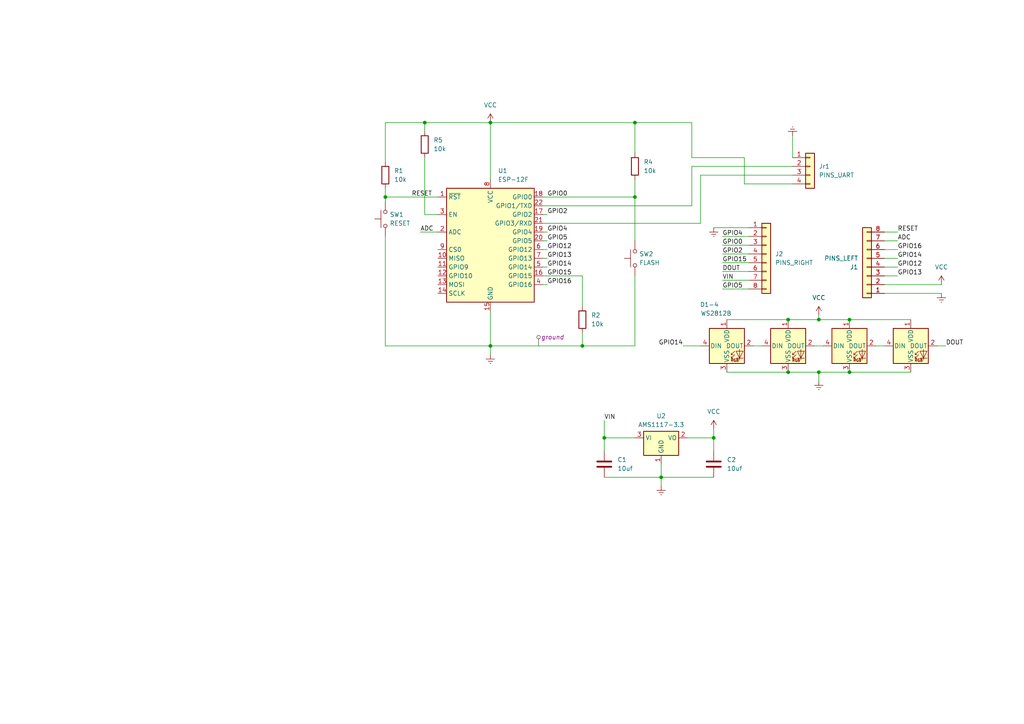
<source format=kicad_sch>
(kicad_sch (version 20230121) (generator eeschema)
  (paper "A4")
  (title_block (title "DX8266 \"BREAKER\"") (date "2023-10-24") (rev "2.0") (comment 4 "DX8266 WiFi development board Rev. 2.0 "))
  (lib_symbols
    (symbol "Connector_Generic:Conn_01x04" (pin_names (offset 1.016) hide)
      (property "Reference" "J" (at 0 5.08 0))
      (property "Value" "Conn_01x04" (at 0 -7.62 0))
      (symbol "Conn_01x04_1_1"
        (rectangle (start -1.27 -4.953) (end 0 -5.207) (stroke (width 0.1524)))
        (rectangle (start -1.27 -2.413) (end 0 -2.667) (stroke (width 0.1524)))
        (rectangle (start -1.27 0.127) (end 0 -0.127) (stroke (width 0.1524)))
        (rectangle (start -1.27 2.667) (end 0 2.413) (stroke (width 0.1524)))
        (rectangle (start -1.27 3.81) (end 1.27 -6.35) (stroke (width 0.254)) (fill (type background)))
        (pin passive line (at -5.08 2.54 0) (length 3.81) (name "Pin_1") (number "1"))
        (pin passive line (at -5.08 0 0) (length 3.81) (name "Pin_2") (number "2"))
        (pin passive line (at -5.08 -2.54 0) (length 3.81) (name "Pin_3") (number "3"))
        (pin passive line (at -5.08 -5.08 0) (length 3.81) (name "Pin_4") (number "4"))
      )
    )
    (symbol "Connector_Generic:Conn_01x08" (pin_names (offset 1.016) hide)
      (property "Reference" "J" (at 0 10.16 0))
      (property "Value" "Conn_01x08" (at 0 -12.7 0))
      (symbol "Conn_01x08_1_1"
        (rectangle (start -1.27 -10.033) (end 0 -10.287) (stroke (width 0.1524)))
        (rectangle (start -1.27 -7.493) (end 0 -7.747) (stroke (width 0.1524)))
        (rectangle (start -1.27 -4.953) (end 0 -5.207) (stroke (width 0.1524)))
        (rectangle (start -1.27 -2.413) (end 0 -2.667) (stroke (width 0.1524)))
        (rectangle (start -1.27 0.127) (end 0 -0.127) (stroke (width 0.1524)))
        (rectangle (start -1.27 2.667) (end 0 2.413) (stroke (width 0.1524)))
        (rectangle (start -1.27 5.207) (end 0 4.953) (stroke (width 0.1524)))
        (rectangle (start -1.27 7.747) (end 0 7.493) (stroke (width 0.1524)))
        (rectangle (start -1.27 8.89) (end 1.27 -11.43) (stroke (width 0.254)) (fill (type background)))
        (pin passive line (at -5.08 7.62 0) (length 3.81) (name "Pin_1") (number "1"))
        (pin passive line (at -5.08 5.08 0) (length 3.81) (name "Pin_2") (number "2"))
        (pin passive line (at -5.08 2.54 0) (length 3.81) (name "Pin_3") (number "3"))
        (pin passive line (at -5.08 0 0) (length 3.81) (name "Pin_4") (number "4"))
        (pin passive line (at -5.08 -2.54 0) (length 3.81) (name "Pin_5") (number "5"))
        (pin passive line (at -5.08 -5.08 0) (length 3.81) (name "Pin_6") (number "6"))
        (pin passive line (at -5.08 -7.62 0) (length 3.81) (name "Pin_7") (number "7"))
        (pin passive line (at -5.08 -10.16 0) (length 3.81) (name "Pin_8") (number "8"))
      )
    )
    (symbol "Device:C" (pin_numbers hide) (pin_names (offset 0.254))
      (property "Reference" "C" (at 0.635 2.54 0))
      (property "Value" "C" (at 0.635 -2.54 0))
      (symbol "C_0_1"
        (polyline (pts (xy -2.032 -0.762) (xy 2.032 -0.762)) (stroke (width 0.508)))
        (polyline (pts (xy -2.032 0.762) (xy 2.032 0.762)) (stroke (width 0.508)))
      )
      (symbol "C_1_1"
        (pin passive line (at 0 3.81 270) (length 2.794) (name "~") (number "1"))
        (pin passive line (at 0 -3.81 90) (length 2.794) (name "~") (number "2"))
      )
    )
    (symbol "Device:R" (pin_numbers hide) (pin_names (offset 0))
      (property "Reference" "R" (at 2.032 0 90))
      (property "Value" "R" (at 0 0 90))
      (symbol "R_0_1"
        (rectangle (start -1.016 -2.54) (end 1.016 2.54) (stroke (width 0.254)))
      )
      (symbol "R_1_1"
        (pin passive line (at 0 3.81 270) (length 1.27) (name "~") (number "1"))
        (pin passive line (at 0 -3.81 90) (length 1.27) (name "~") (number "2"))
      )
    )
    (symbol "LED:WS2812B" (pin_names (offset 0.254))
      (property "Reference" "D" (at 5.08 5.715 0))
      (property "Value" "WS2812B" (at 1.27 -5.715 0))
      (symbol "WS2812B_0_0"
        (text "RGB" (at 2.286 -4.191 0) (effects (font (size 0.762 0.762))))
      )
      (symbol "WS2812B_0_1"
        (polyline (pts (xy 1.27 -3.556) (xy 1.778 -3.556)))
        (polyline (pts (xy 1.27 -2.54) (xy 1.778 -2.54)))
        (polyline (pts (xy 4.699 -3.556) (xy 2.667 -3.556)))
        (polyline (pts (xy 2.286 -2.54) (xy 1.27 -3.556) (xy 1.27 -3.048)))
        (polyline (pts (xy 2.286 -1.524) (xy 1.27 -2.54) (xy 1.27 -2.032)))
        (polyline (pts (xy 3.683 -1.016) (xy 3.683 -3.556) (xy 3.683 -4.064)))
        (polyline (pts (xy 4.699 -1.524) (xy 2.667 -1.524) (xy 3.683 -3.556) (xy 4.699 -1.524)))
        (rectangle (start 5.08 5.08) (end -5.08 -5.08) (stroke (width 0.254)) (fill (type background)))
      )
      (symbol "WS2812B_1_1"
        (pin power_in line (at 0 7.62 270) (length 2.54) (name "VDD") (number "1"))
        (pin output line (at 7.62 0 180) (length 2.54) (name "DOUT") (number "2"))
        (pin power_in line (at 0 -7.62 90) (length 2.54) (name "VSS") (number "3"))
        (pin input line (at -7.62 0 0) (length 2.54) (name "DIN") (number "4"))
      )
    )
    (symbol "RF_Module:ESP-12F"
      (property "Reference" "U" (at -12.7 19.05 0))
      (property "Value" "ESP-12F" (at 12.7 19.05 0))
      (symbol "ESP-12F_0_1"
        (rectangle (start -12.7 17.78) (end 12.7 -15.24) (stroke (width 0.254)) (fill (type background)))
      )
      (symbol "ESP-12F_1_1"
        (pin input line (at -15.24 15.24 0) (length 2.54) (name "~{RST}") (number "1"))
        (pin bidirectional line (at -15.24 -2.54 0) (length 2.54) (name "MISO") (number "10"))
        (pin bidirectional line (at -15.24 -5.08 0) (length 2.54) (name "GPIO9") (number "11"))
        (pin bidirectional line (at -15.24 -7.62 0) (length 2.54) (name "GPIO10") (number "12"))
        (pin bidirectional line (at -15.24 -10.16 0) (length 2.54) (name "MOSI") (number "13"))
        (pin bidirectional line (at -15.24 -12.7 0) (length 2.54) (name "SCLK") (number "14"))
        (pin power_in line (at 0 -17.78 90) (length 2.54) (name "GND") (number "15"))
        (pin bidirectional line (at 15.24 -7.62 180) (length 2.54) (name "GPIO15") (number "16"))
        (pin bidirectional line (at 15.24 10.16 180) (length 2.54) (name "GPIO2") (number "17"))
        (pin bidirectional line (at 15.24 15.24 180) (length 2.54) (name "GPIO0") (number "18"))
        (pin bidirectional line (at 15.24 5.08 180) (length 2.54) (name "GPIO4") (number "19"))
        (pin input line (at -15.24 5.08 0) (length 2.54) (name "ADC") (number "2"))
        (pin bidirectional line (at 15.24 2.54 180) (length 2.54) (name "GPIO5") (number "20"))
        (pin bidirectional line (at 15.24 7.62 180) (length 2.54) (name "GPIO3/RXD") (number "21"))
        (pin bidirectional line (at 15.24 12.7 180) (length 2.54) (name "GPIO1/TXD") (number "22"))
        (pin input line (at -15.24 10.16 0) (length 2.54) (name "EN") (number "3"))
        (pin bidirectional line (at 15.24 -10.16 180) (length 2.54) (name "GPIO16") (number "4"))
        (pin bidirectional line (at 15.24 -5.08 180) (length 2.54) (name "GPIO14") (number "5"))
        (pin bidirectional line (at 15.24 0 180) (length 2.54) (name "GPIO12") (number "6"))
        (pin bidirectional line (at 15.24 -2.54 180) (length 2.54) (name "GPIO13") (number "7"))
        (pin power_in line (at 0 20.32 270) (length 2.54) (name "VCC") (number "8"))
        (pin input line (at -15.24 0 0) (length 2.54) (name "CS0") (number "9"))
      )
    )
    (symbol "Regulator_Linear:AMS1117-3.3"
      (property "Reference" "U" (at -3.81 3.175 0))
      (property "Value" "AMS1117-3.3" (at 0 3.175 0))
      (symbol "AMS1117-3.3_0_1"
        (rectangle (start -5.08 -5.08) (end 5.08 1.905) (stroke (width 0.254)) (fill (type background)))
      )
      (symbol "AMS1117-3.3_1_1"
        (pin power_in line (at 0 -7.62 90) (length 2.54) (name "GND") (number "1"))
        (pin power_out line (at 7.62 0 180) (length 2.54) (name "VO") (number "2"))
        (pin power_in line (at -7.62 0 0) (length 2.54) (name "VI") (number "3"))
      )
    )
    (symbol "Switch:SW_Push" (pin_numbers hide) (pin_names (offset 1.016) hide)
      (property "Reference" "SW" (at 1.27 2.54 0))
      (property "Value" "SW_Push" (at 0 -1.524 0))
      (symbol "SW_Push_0_1"
        (circle (center -2.032 0) (radius 0.508))
        (polyline (pts (xy 0 1.27) (xy 0 3.048)))
        (polyline (pts (xy 2.54 1.27) (xy -2.54 1.27)))
        (circle (center 2.032 0) (radius 0.508))
        (pin passive line (at -5.08 0 0) (length 2.54) (name "1") (number "1"))
        (pin passive line (at 5.08 0 180) (length 2.54) (name "2") (number "2"))
      )
    )
    (symbol "power:Earth" (power) (pin_names (offset 0))
      (symbol "Earth_0_1"
        (polyline (pts (xy -0.635 -1.905) (xy 0.635 -1.905)))
        (polyline (pts (xy -0.127 -2.54) (xy 0.127 -2.54)))
        (polyline (pts (xy 0 -1.27) (xy 0 0)))
        (polyline (pts (xy 1.27 -1.27) (xy -1.27 -1.27)))
      )
      (symbol "Earth_1_1"
        (pin power_in line (at 0 0 270) (length 0) hide (name "Earth") (number "1"))
      )
    )
    (symbol "power:VCC" (power) (pin_names (offset 0))
      (property "Value" "VCC" (at 0 3.81 0))
      (symbol "VCC_0_1"
        (polyline (pts (xy -0.762 1.27) (xy 0 2.54)))
        (polyline (pts (xy 0 0) (xy 0 2.54)))
        (polyline (pts (xy 0 2.54) (xy 0.762 1.27)))
      )
      (symbol "VCC_1_1"
        (pin power_in line (at 0 0 90) (length 0) hide (name "VCC") (number "1"))
      )
    )
  )
  (junction (at 142.24 100.33))
  (junction (at 237.49 92.71))
  (junction (at 207.01 127))
  (junction (at 246.38 92.71))
  (junction (at 111.76 57.15))
  (junction (at 123.19 35.56))
  (junction (at 184.15 57.15))
  (junction (at 237.49 107.95))
  (junction (at 228.6 92.71))
  (junction (at 142.24 35.56))
  (junction (at 168.91 100.33))
  (junction (at 191.77 138.43))
  (junction (at 175.26 127))
  (junction (at 246.38 107.95))
  (junction (at 228.6 107.95))
  (junction (at 184.15 35.56))
  (wire (pts (xy 142.24 90.17) (xy 142.24 100.33)))
  (wire (pts (xy 256.54 74.93) (xy 260.35 74.93)))
  (wire (pts (xy 123.19 45.72) (xy 123.19 62.23)))
  (wire (pts (xy 157.48 67.31) (xy 158.75 67.31)))
  (wire (pts (xy 256.54 80.01) (xy 260.35 80.01)))
  (wire (pts (xy 256.54 82.55) (xy 273.05 82.55)))
  (wire (pts (xy 200.66 59.69) (xy 157.48 59.69)))
  (wire (pts (xy 209.55 71.12) (xy 217.17 71.12)))
  (wire (pts (xy 200.66 35.56) (xy 200.66 45.72)))
  (wire (pts (xy 111.76 100.33) (xy 142.24 100.33)))
  (wire (pts (xy 207.01 66.04) (xy 217.17 66.04)))
  (wire (pts (xy 198.12 100.33) (xy 203.2 100.33)))
  (wire (pts (xy 111.76 57.15) (xy 111.76 58.42)))
  (wire (pts (xy 175.26 138.43) (xy 191.77 138.43)))
  (wire (pts (xy 209.55 78.74) (xy 217.17 78.74)))
  (wire (pts (xy 184.15 57.15) (xy 184.15 69.85)))
  (wire (pts (xy 157.48 80.01) (xy 168.91 80.01)))
  (wire (pts (xy 200.66 48.26) (xy 200.66 59.69)))
  (wire (pts (xy 157.48 82.55) (xy 158.75 82.55)))
  (wire (pts (xy 111.76 35.56) (xy 123.19 35.56)))
  (wire (pts (xy 184.15 100.33) (xy 168.91 100.33)))
  (wire (pts (xy 157.48 72.39) (xy 158.75 72.39)))
  (wire (pts (xy 256.54 69.85) (xy 260.35 69.85)))
  (wire (pts (xy 229.87 48.26) (xy 200.66 48.26)))
  (wire (pts (xy 209.55 76.2) (xy 217.17 76.2)))
  (wire (pts (xy 175.26 121.92) (xy 175.26 127)))
  (wire (pts (xy 191.77 138.43) (xy 191.77 140.97)))
  (wire (pts (xy 123.19 35.56) (xy 142.24 35.56)))
  (wire (pts (xy 199.39 127) (xy 207.01 127)))
  (wire (pts (xy 237.49 107.95) (xy 237.49 110.49)))
  (wire (pts (xy 111.76 68.58) (xy 111.76 100.33)))
  (wire (pts (xy 215.9 45.72) (xy 215.9 53.34)))
  (wire (pts (xy 246.38 107.95) (xy 264.16 107.95)))
  (wire (pts (xy 168.91 80.01) (xy 168.91 88.9)))
  (wire (pts (xy 256.54 67.31) (xy 260.35 67.31)))
  (wire (pts (xy 184.15 35.56) (xy 184.15 44.45)))
  (wire (pts (xy 256.54 77.47) (xy 260.35 77.47)))
  (wire (pts (xy 123.19 35.56) (xy 123.19 38.1)))
  (wire (pts (xy 207.01 124.46) (xy 207.01 127)))
  (wire (pts (xy 111.76 57.15) (xy 127 57.15)))
  (wire (pts (xy 210.82 107.95) (xy 228.6 107.95)))
  (wire (pts (xy 210.82 92.71) (xy 228.6 92.71)))
  (wire (pts (xy 200.66 45.72) (xy 215.9 45.72)))
  (wire (pts (xy 236.22 100.33) (xy 238.76 100.33)))
  (wire (pts (xy 209.55 83.82) (xy 217.17 83.82)))
  (wire (pts (xy 111.76 54.61) (xy 111.76 57.15)))
  (wire (pts (xy 111.76 35.56) (xy 111.76 46.99)))
  (wire (pts (xy 157.48 62.23) (xy 158.75 62.23)))
  (wire (pts (xy 191.77 138.43) (xy 207.01 138.43)))
  (wire (pts (xy 184.15 35.56) (xy 200.66 35.56)))
  (wire (pts (xy 157.48 69.85) (xy 158.75 69.85)))
  (wire (pts (xy 215.9 53.34) (xy 229.87 53.34)))
  (wire (pts (xy 246.38 92.71) (xy 264.16 92.71)))
  (wire (pts (xy 123.19 62.23) (xy 127 62.23)))
  (wire (pts (xy 184.15 127) (xy 175.26 127)))
  (wire (pts (xy 228.6 107.95) (xy 237.49 107.95)))
  (wire (pts (xy 157.48 77.47) (xy 158.75 77.47)))
  (wire (pts (xy 191.77 134.62) (xy 191.77 138.43)))
  (wire (pts (xy 218.44 100.33) (xy 220.98 100.33)))
  (wire (pts (xy 237.49 107.95) (xy 246.38 107.95)))
  (wire (pts (xy 142.24 100.33) (xy 168.91 100.33)))
  (wire (pts (xy 203.2 64.77) (xy 157.48 64.77)))
  (wire (pts (xy 228.6 92.71) (xy 237.49 92.71)))
  (wire (pts (xy 142.24 100.33) (xy 142.24 102.87)))
  (wire (pts (xy 121.92 67.31) (xy 127 67.31)))
  (wire (pts (xy 142.24 35.56) (xy 184.15 35.56)))
  (wire (pts (xy 229.87 39.37) (xy 229.87 45.72)))
  (wire (pts (xy 237.49 91.44) (xy 237.49 92.71)))
  (wire (pts (xy 254 100.33) (xy 256.54 100.33)))
  (wire (pts (xy 209.55 81.28) (xy 217.17 81.28)))
  (wire (pts (xy 256.54 72.39) (xy 260.35 72.39)))
  (wire (pts (xy 157.48 57.15) (xy 184.15 57.15)))
  (wire (pts (xy 175.26 127) (xy 175.26 130.81)))
  (wire (pts (xy 209.55 68.58) (xy 217.17 68.58)))
  (wire (pts (xy 168.91 96.52) (xy 168.91 100.33)))
  (wire (pts (xy 237.49 92.71) (xy 246.38 92.71)))
  (wire (pts (xy 203.2 50.8) (xy 203.2 64.77)))
  (wire (pts (xy 207.01 127) (xy 207.01 130.81)))
  (wire (pts (xy 229.87 50.8) (xy 203.2 50.8)))
  (wire (pts (xy 271.78 100.33) (xy 274.32 100.33)))
  (wire (pts (xy 157.48 74.93) (xy 158.75 74.93)))
  (wire (pts (xy 256.54 85.09) (xy 273.05 85.09)))
  (wire (pts (xy 184.15 52.07) (xy 184.15 57.15)))
  (wire (pts (xy 209.55 73.66) (xy 217.17 73.66)))
  (wire (pts (xy 184.15 80.01) (xy 184.15 100.33)))
  (wire (pts (xy 142.24 35.56) (xy 142.24 52.07)))
  (label "GPIO5" (at 158.75 69.85 0))
  (label "GPIO14" (at 260.35 74.93 0))
  (label "GPIO14" (at 198.12 100.33 180))
  (label "GPIO2" (at 158.75 62.23 0))
  (label "RESET" (at 119.38 57.15 0))
  (label "GPIO15" (at 209.55 76.2 0))
  (label "GPIO15" (at 158.75 80.01 0))
  (label "DOUT" (at 274.32 100.33 0))
  (label "GPIO13" (at 158.75 74.93 0))
  (label "DOUT" (at 209.55 78.74 0))
  (label "VIN" (at 175.26 121.92 0))
  (label "ADC" (at 260.35 69.85 0))
  (label "GPIO4" (at 158.75 67.31 0))
  (label "GPIO16" (at 260.35 72.39 0))
  (label "GPIO16" (at 158.75 82.55 0))
  (label "GPIO13" (at 260.35 80.01 0))
  (label "GPIO0" (at 158.75 57.15 0))
  (label "GPIO2" (at 209.55 73.66 0))
  (label "GPIO12" (at 260.35 77.47 0))
  (label "GPIO4" (at 209.55 68.58 0))
  (label "VIN" (at 209.55 81.28 0))
  (label "GPIO14" (at 158.75 77.47 0))
  (label "GPIO5" (at 209.55 83.82 0))
  (label "RESET" (at 260.35 67.31 0))
  (label "ADC" (at 121.92 67.31 0))
  (label "GPIO0" (at 209.55 71.12 0))
  (label "GPIO12" (at 158.75 72.39 0))
  (netclass_flag "" (length 2.54) (shape round) (at 156.21 100.33 0) (property "Netclass" "ground" (at 156.9085 97.79 0) (effects (font italic) (justify left))))
  (symbol (lib_id "LED:WS2812B") (at 210.82 100.33 0) (unit 1)
    (property "Reference" "D1-4" (at 205.74 87.63 0) (effects (justify top)))
    (property "Value" "WS2812B" (at 203.2 90.17 0) (effects (justify left top)))
    (property "Footprint" "LED_SMD:LED_WS2812B_PLCC4_5.0x5.0mm_P3.2mm" (effects hide))
    (property "Datasheet" "https://cdn-shop.adafruit.com/datasheets/WS2812B.pdf" (effects hide))
  )
  (symbol (lib_id "Connector_Generic:Conn_01x08") (at 251.46 77.47 180) (unit 1)
    (property "Reference" "J1" (at 248.92 77.47 0) (effects (justify left)))
    (property "Value" "PINS_LEFT" (at 248.92 74.93 0) (effects (justify left)))
    (property "Footprint" "Connector_PinSocket_2.54mm:PinSocket_1x08_P2.54mm_Vertical" (effects hide))
  )
  (symbol (lib_id "power:VCC") (at 237.49 91.44 0) (unit 1)
    (property "Reference" "#PWR015" (effects hide))
    (property "Value" "VCC" (at 237.49 86.36 0))
  )
  (symbol (lib_id "Switch:SW_Push") (at 184.15 74.93 90) (unit 1)
    (property "Reference" "SW2" (at 185.42 73.66 90) (effects (justify right)))
    (property "Value" "FLASH" (at 185.42 76.2 90) (effects (justify right)))
    (property "Footprint" "Button_Switch_SMD:SW_Push_SPST_NO_Alps_SKRK" (effects hide))
  )
  (symbol (lib_id "LED:WS2812B") (at 264.16 100.33 0) (unit 1)
    (property "Reference" "D4" (effects hide))
    (property "Value" "WS2812B" (effects hide))
    (property "Footprint" "LED_SMD:LED_WS2812B_PLCC4_5.0x5.0mm_P3.2mm" (effects hide))
    (property "Datasheet" "https://cdn-shop.adafruit.com/datasheets/WS2812B.pdf" (effects hide))
  )
  (symbol (lib_id "Device:C") (at 207.01 134.62 0) (unit 1)
    (property "Reference" "C2" (at 210.82 133.35 0) (effects (justify left)))
    (property "Value" "10uf" (at 210.82 135.89 0) (effects (justify left)))
    (property "Footprint" "Capacitor_SMD:C_0805_2012Metric_Pad1.18x1.45mm_HandSolder" (effects hide))
  )
  (symbol (lib_id "LED:WS2812B") (at 228.6 100.33 0) (unit 1)
    (property "Reference" "D2" (effects hide))
    (property "Value" "WS2812B" (effects hide))
    (property "Footprint" "LED_SMD:LED_WS2812B_PLCC4_5.0x5.0mm_P3.2mm" (effects hide))
    (property "Datasheet" "https://cdn-shop.adafruit.com/datasheets/WS2812B.pdf" (effects hide))
  )
  (symbol (lib_id "Device:R") (at 168.91 92.71 0) (unit 1)
    (property "Reference" "R2" (at 171.45 91.44 0) (effects (justify left)))
    (property "Value" "10k" (at 171.45 93.98 0) (effects (justify left)))
    (property "Footprint" "Resistor_SMD:R_0805_2012Metric_Pad1.20x1.40mm_HandSolder" (effects hide))
  )
  (symbol (lib_id "Connector_Generic:Conn_01x04") (at 234.95 48.26 0) (unit 1)
    (property "Reference" "Jr1" (at 237.49 48.26 0) (effects (justify left)))
    (property "Value" "PINS_UART" (at 237.49 50.8 0) (effects (justify left)))
    (property "Footprint" "Connector_PinSocket_2.54mm:PinSocket_1x04_P2.54mm_Vertical" (effects hide))
  )
  (symbol (lib_id "Device:C") (at 175.26 134.62 0) (unit 1)
    (property "Reference" "C1" (at 179.07 133.35 0) (effects (justify left)))
    (property "Value" "10uf" (at 179.07 135.89 0) (effects (justify left)))
    (property "Footprint" "Capacitor_SMD:C_0805_2012Metric_Pad1.18x1.45mm_HandSolder" (effects hide))
  )
  (symbol (lib_id "power:Earth") (at 273.05 85.09 0) (unit 1)
    (property "Reference" "#PWR020" (effects hide))
    (property "Value" "Earth" (effects hide))
  )
  (symbol (lib_id "Device:R") (at 111.76 50.8 0) (unit 1)
    (property "Reference" "R1" (at 114.3 49.53 0) (effects (justify left)))
    (property "Value" "10k" (at 114.3 52.07 0) (effects (justify left)))
    (property "Footprint" "Resistor_SMD:R_0805_2012Metric_Pad1.20x1.40mm_HandSolder" (effects hide))
  )
  (symbol (lib_id "LED:WS2812B") (at 246.38 100.33 0) (unit 1)
    (property "Reference" "D3" (effects hide))
    (property "Value" "WS2812B" (effects hide))
    (property "Footprint" "LED_SMD:LED_WS2812B_PLCC4_5.0x5.0mm_P3.2mm" (effects hide))
    (property "Datasheet" "https://cdn-shop.adafruit.com/datasheets/WS2812B.pdf" (effects hide))
  )
  (symbol (lib_id "power:Earth") (at 142.24 102.87 0) (unit 1)
    (property "Reference" "#PWR01" (effects hide))
    (property "Value" "Earth" (effects hide))
  )
  (symbol (lib_id "power:Earth") (at 191.77 140.97 0) (unit 1)
    (property "Reference" "#PWR05" (effects hide))
    (property "Value" "Earth" (effects hide))
  )
  (symbol (lib_id "power:Earth") (at 229.87 39.37 180) (unit 1)
    (property "Reference" "#PWR02" (effects hide))
    (property "Value" "Earth" (effects hide))
  )
  (symbol (lib_id "power:VCC") (at 207.01 124.46 0) (unit 1)
    (property "Reference" "#PWR06" (effects hide))
    (property "Value" "VCC" (at 207.01 119.38 0))
  )
  (symbol (lib_id "power:VCC") (at 142.24 35.56 0) (unit 1)
    (property "Reference" "#PWR04" (effects hide))
    (property "Value" "VCC" (at 142.24 30.48 0))
  )
  (symbol (lib_id "Switch:SW_Push") (at 111.76 63.5 90) (unit 1)
    (property "Reference" "SW1" (at 113.03 62.23 90) (effects (justify right)))
    (property "Value" "RESET" (at 113.03 64.77 90) (effects (justify right)))
    (property "Footprint" "Button_Switch_SMD:SW_Push_SPST_NO_Alps_SKRK" (effects hide))
  )
  (symbol (lib_id "Regulator_Linear:AMS1117-3.3") (at 191.77 127 0) (unit 1)
    (property "Reference" "U2" (at 191.77 120.65 0))
    (property "Value" "AMS1117-3.3" (at 191.77 123.19 0))
    (property "Footprint" "Package_TO_SOT_SMD:SOT-223-3_TabPin2" (effects hide))
    (property "Datasheet" "http://www.advanced-monolithic.com/pdf/ds1117.pdf" (effects hide))
  )
  (symbol (lib_id "power:Earth") (at 207.01 66.04 0) (unit 1)
    (property "Reference" "#PWR03" (effects hide))
    (property "Value" "Earth" (effects hide))
  )
  (symbol (lib_id "RF_Module:ESP-12F") (at 142.24 72.39 0) (unit 1)
    (property "Reference" "U1" (at 144.4341 49.53 0) (effects (justify left)))
    (property "Value" "ESP-12F" (at 144.4341 52.07 0) (effects (justify left)))
    (property "Footprint" "RF_Module:ESP-12E" (effects hide))
    (property "Datasheet" "http://wiki.ai-thinker.com/_media/esp8266/esp8266_series_modules_user_manual_v1.1.pdf" (effects hide))
  )
  (symbol (lib_id "Connector_Generic:Conn_01x08") (at 222.25 73.66 0) (unit 1)
    (property "Reference" "J2" (at 224.79 73.66 0) (effects (justify left)))
    (property "Value" "PINS_RIGHT" (at 224.79 76.2 0) (effects (justify left)))
    (property "Footprint" "Connector_PinSocket_2.54mm:PinSocket_1x08_P2.54mm_Vertical" (effects hide))
  )
  (symbol (lib_id "power:VCC") (at 273.05 82.55 0) (unit 1)
    (property "Reference" "#PWR019" (effects hide))
    (property "Value" "VCC" (at 273.05 77.47 0))
  )
  (symbol (lib_id "power:Earth") (at 237.49 110.49 0) (unit 1)
    (property "Reference" "#PWR016" (effects hide))
    (property "Value" "Earth" (effects hide))
  )
  (symbol (lib_id "Device:R") (at 184.15 48.26 0) (unit 1)
    (property "Reference" "R4" (at 186.69 46.99 0) (effects (justify left)))
    (property "Value" "10k" (at 186.69 49.53 0) (effects (justify left)))
    (property "Footprint" "Resistor_SMD:R_0805_2012Metric_Pad1.20x1.40mm_HandSolder" (effects hide))
  )
  (symbol (lib_id "Device:R") (at 123.19 41.91 0) (unit 1)
    (property "Reference" "R5" (at 125.73 40.64 0) (effects (justify left)))
    (property "Value" "10k" (at 125.73 43.18 0) (effects (justify left)))
    (property "Footprint" "Resistor_SMD:R_0805_2012Metric_Pad1.20x1.40mm_HandSolder" (effects hide))
  )
)
</source>
